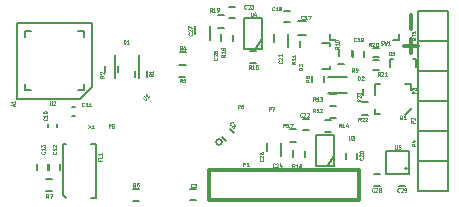
<source format=gto>
G04 #@! TF.FileFunction,Legend,Top*
%FSLAX46Y46*%
G04 Gerber Fmt 4.6, Leading zero omitted, Abs format (unit mm)*
G04 Created by KiCad (PCBNEW (2015-02-03 BZR 5404)-product) date Sat 07 Feb 2015 10:18:26 AM CST*
%MOMM*%
G01*
G04 APERTURE LIST*
%ADD10C,0.100000*%
%ADD11C,0.300000*%
%ADD12C,0.150000*%
%ADD13C,0.304800*%
%ADD14C,0.076200*%
G04 APERTURE END LIST*
D10*
D11*
X85806743Y-105524372D02*
X85806743Y-106667229D01*
X86398028Y-108133343D02*
X85255171Y-108133343D01*
X85826600Y-108704771D02*
X85826600Y-107561914D01*
D12*
X86390500Y-107693000D02*
X88930500Y-107693000D01*
X86390500Y-110233000D02*
X88930500Y-110233000D01*
X88930500Y-110233000D02*
X88930500Y-107693000D01*
X88930500Y-107693000D02*
X88930500Y-105153000D01*
X88930500Y-105153000D02*
X86390500Y-105153000D01*
X86390500Y-105153000D02*
X86390500Y-110233000D01*
X67654600Y-120245000D02*
X67154600Y-120245000D01*
X67154600Y-121195000D02*
X67654600Y-121195000D01*
X69842248Y-115793099D02*
X70195801Y-116146652D01*
X70867552Y-115474901D02*
X70513999Y-115121348D01*
X55908300Y-114721000D02*
X55908300Y-114971000D01*
X55108300Y-114971000D02*
X55108300Y-114721000D01*
X57170600Y-113253000D02*
X57420600Y-113253000D01*
X57420600Y-114053000D02*
X57170600Y-114053000D01*
X55210500Y-118156000D02*
X55210500Y-118656000D01*
X56160500Y-118656000D02*
X56160500Y-118156000D01*
X54130500Y-118156000D02*
X54130500Y-118656000D01*
X55080500Y-118656000D02*
X55080500Y-118156000D01*
X76967700Y-107175000D02*
X76267700Y-107175000D01*
X76267700Y-105975000D02*
X76967700Y-105975000D01*
X75077700Y-106100000D02*
X75577700Y-106100000D01*
X75577700Y-105150000D02*
X75077700Y-105150000D01*
X81873600Y-109058000D02*
X81873600Y-108558000D01*
X80923600Y-108558000D02*
X80923600Y-109058000D01*
X80295100Y-117204000D02*
X80295100Y-117704000D01*
X81245100Y-117704000D02*
X81245100Y-117204000D01*
X74197700Y-107815000D02*
X74197700Y-107115000D01*
X75397700Y-107115000D02*
X75397700Y-107815000D01*
X76734500Y-115254000D02*
X77234500Y-115254000D01*
X77234500Y-114304000D02*
X76734500Y-114304000D01*
X70407700Y-105740000D02*
X70907700Y-105740000D01*
X70907700Y-104790000D02*
X70407700Y-104790000D01*
X74865100Y-116964000D02*
X74865100Y-117464000D01*
X75815100Y-117464000D02*
X75815100Y-116964000D01*
X68782700Y-107145000D02*
X68782700Y-107645000D01*
X69732700Y-107645000D02*
X69732700Y-107145000D01*
X73630200Y-117004000D02*
X73630200Y-116304000D01*
X74830200Y-116304000D02*
X74830200Y-117004000D01*
X67577700Y-107135000D02*
X67577700Y-106435000D01*
X68777700Y-106435000D02*
X68777700Y-107135000D01*
X82700500Y-119948000D02*
X83200500Y-119948000D01*
X83200500Y-118998000D02*
X82700500Y-118998000D01*
X84840500Y-119938000D02*
X85340500Y-119938000D01*
X85340500Y-118988000D02*
X84840500Y-118988000D01*
X60737000Y-110812000D02*
X60737000Y-108907000D01*
X62769000Y-108907000D02*
X62769000Y-110812000D01*
X78778600Y-110708000D02*
X80378600Y-110708000D01*
X80378600Y-112108000D02*
X78778600Y-112108000D01*
X78968840Y-109877160D02*
X78968840Y-109828900D01*
X78267800Y-107878180D02*
X78968840Y-107878180D01*
X78968840Y-107878180D02*
X78968840Y-108127100D01*
X78968840Y-109877160D02*
X78968840Y-110077820D01*
X78968840Y-110077820D02*
X78267800Y-110077820D01*
X86029660Y-109212760D02*
X85981400Y-109212760D01*
X84030680Y-109913800D02*
X84030680Y-109212760D01*
X84030680Y-109212760D02*
X84279600Y-109212760D01*
X86029660Y-109212760D02*
X86230320Y-109212760D01*
X86230320Y-109212760D02*
X86230320Y-109913800D01*
X58906900Y-120964000D02*
X58779900Y-120964000D01*
X58779900Y-116392000D02*
X59160900Y-116392000D01*
X59160900Y-116392000D02*
X59160900Y-120964000D01*
X59160900Y-120964000D02*
X58906900Y-120964000D01*
X56620900Y-116392000D02*
X56366900Y-116392000D01*
X56366900Y-116392000D02*
X56366900Y-120710000D01*
X56366900Y-120710000D02*
X56620900Y-120964000D01*
D13*
X81394300Y-121120000D02*
X81394300Y-118580000D01*
X68694300Y-118580000D02*
X68694300Y-121120000D01*
X81394300Y-121120000D02*
X68694300Y-121120000D01*
X68694300Y-118580000D02*
X81394300Y-118580000D01*
D12*
X86390500Y-117853000D02*
X88930500Y-117853000D01*
X86390500Y-120393000D02*
X88930500Y-120393000D01*
X88930500Y-120393000D02*
X88930500Y-117853000D01*
X88930500Y-117853000D02*
X88930500Y-115313000D01*
X88930500Y-115313000D02*
X86390500Y-115313000D01*
X86390500Y-115313000D02*
X86390500Y-120393000D01*
X85310500Y-113863000D02*
X85435500Y-113863000D01*
X85435500Y-113863000D02*
X85810500Y-113488000D01*
X85810500Y-113488000D02*
X85810500Y-113363000D01*
X85810500Y-111738000D02*
X85810500Y-111863000D01*
X85810500Y-111738000D02*
X85810500Y-111363000D01*
X85810500Y-111363000D02*
X85310500Y-111363000D01*
X82810500Y-111738000D02*
X82810500Y-111488000D01*
X82810500Y-111488000D02*
X82810500Y-111363000D01*
X82810500Y-111363000D02*
X83185500Y-111363000D01*
X82810500Y-113488000D02*
X82810500Y-113863000D01*
X82810500Y-113863000D02*
X83185500Y-113863000D01*
X63490400Y-110740000D02*
X63490400Y-110240000D01*
X62440400Y-110240000D02*
X62440400Y-110740000D01*
X60999600Y-110310000D02*
X60999600Y-109810000D01*
X59949600Y-109810000D02*
X59949600Y-110310000D01*
X66248500Y-109699000D02*
X66748500Y-109699000D01*
X66748500Y-108649000D02*
X66248500Y-108649000D01*
X66231900Y-110763000D02*
X66731900Y-110763000D01*
X66731900Y-109713000D02*
X66231900Y-109713000D01*
X62798400Y-120211000D02*
X62298400Y-120211000D01*
X62298400Y-121261000D02*
X62798400Y-121261000D01*
X55435500Y-119391000D02*
X54935500Y-119391000D01*
X54935500Y-120441000D02*
X55435500Y-120441000D01*
X78493600Y-111178000D02*
X78493600Y-110678000D01*
X77443600Y-110678000D02*
X77443600Y-111178000D01*
X80138600Y-109663000D02*
X79638600Y-109663000D01*
X79638600Y-110713000D02*
X80138600Y-110713000D01*
X80813600Y-108958000D02*
X80813600Y-108458000D01*
X79763600Y-108458000D02*
X79763600Y-108958000D01*
X75382700Y-107725000D02*
X75382700Y-108225000D01*
X76432700Y-108225000D02*
X76432700Y-107725000D01*
X78959500Y-114248000D02*
X79459500Y-114248000D01*
X79459500Y-113198000D02*
X78959500Y-113198000D01*
X79454800Y-112160000D02*
X78954800Y-112160000D01*
X78954800Y-113210000D02*
X79454800Y-113210000D01*
X79080100Y-114359000D02*
X78580100Y-114359000D01*
X78580100Y-115409000D02*
X79080100Y-115409000D01*
X72686000Y-108542000D02*
X72186000Y-108542000D01*
X72186000Y-109592000D02*
X72686000Y-109592000D01*
X75815100Y-117044000D02*
X75815100Y-117544000D01*
X76865100Y-117544000D02*
X76865100Y-117044000D01*
X75560800Y-116231000D02*
X76060800Y-116231000D01*
X76060800Y-115181000D02*
X75560800Y-115181000D01*
X69712700Y-107175000D02*
X69712700Y-107675000D01*
X70762700Y-107675000D02*
X70762700Y-107175000D01*
X69517700Y-106590000D02*
X70017700Y-106590000D01*
X70017700Y-105540000D02*
X69517700Y-105540000D01*
X82648700Y-109328000D02*
X83148700Y-109328000D01*
X83148700Y-108278000D02*
X82648700Y-108278000D01*
X82631100Y-110136000D02*
X83131100Y-110136000D01*
X83131100Y-109086000D02*
X82631100Y-109086000D01*
X81700500Y-113938000D02*
X82200500Y-113938000D01*
X82200500Y-112888000D02*
X81700500Y-112888000D01*
X81745500Y-111783000D02*
X81745500Y-112283000D01*
X82795500Y-112283000D02*
X82795500Y-111783000D01*
X84414400Y-107577000D02*
X84350900Y-107577000D01*
X84477900Y-107577000D02*
X84414400Y-107577000D01*
X79524900Y-107577000D02*
X79016900Y-107577000D01*
X79016900Y-107577000D02*
X79016900Y-107132500D01*
X84858900Y-107513500D02*
X84858900Y-107577000D01*
X84858900Y-107577000D02*
X84477900Y-107577000D01*
X84858900Y-107132500D02*
X84858900Y-107513500D01*
X58851500Y-106180600D02*
X52450700Y-106180600D01*
X52450700Y-106180600D02*
X52450700Y-112581400D01*
X52450700Y-112581400D02*
X57850740Y-112581400D01*
X57850740Y-112581400D02*
X58851500Y-111580640D01*
X58851500Y-111580640D02*
X58851500Y-106180600D01*
X57650080Y-111880360D02*
X58150460Y-111880360D01*
X58150460Y-111880360D02*
X58150460Y-111379980D01*
X53151740Y-111379980D02*
X53151740Y-111880360D01*
X53151740Y-111880360D02*
X53652120Y-111880360D01*
X53652120Y-106881640D02*
X53151740Y-106881640D01*
X53151740Y-106881640D02*
X53151740Y-107382020D01*
X58150460Y-107382020D02*
X58150460Y-106881640D01*
X58150460Y-106881640D02*
X57650080Y-106881640D01*
X79352100Y-117472000D02*
X78844100Y-118234000D01*
X79352100Y-115694000D02*
X79352100Y-118297500D01*
X79352100Y-118297500D02*
X77828100Y-118297500D01*
X77828100Y-118297500D02*
X77828100Y-115694000D01*
X77828100Y-115694000D02*
X79352100Y-115694000D01*
X73239700Y-107553000D02*
X72731700Y-108315000D01*
X73239700Y-105775000D02*
X73239700Y-108378500D01*
X73239700Y-108378500D02*
X71715700Y-108378500D01*
X71715700Y-108378500D02*
X71715700Y-105775000D01*
X71715700Y-105775000D02*
X73239700Y-105775000D01*
X85490500Y-118493000D02*
G75*
G03X85490500Y-118493000I-100000J0D01*
G01*
X85690500Y-118993000D02*
X83690500Y-118993000D01*
X83690500Y-118993000D02*
X83690500Y-116993000D01*
X83690500Y-116993000D02*
X85690500Y-116993000D01*
X85690500Y-116993000D02*
X85690500Y-118993000D01*
X88930500Y-115313000D02*
X88930500Y-112773000D01*
X88930500Y-112773000D02*
X86390500Y-112773000D01*
X86390500Y-112773000D02*
X86390500Y-115313000D01*
X86390500Y-115313000D02*
X88930500Y-115313000D01*
X88930500Y-112773000D02*
X88930500Y-110233000D01*
X88930500Y-110233000D02*
X86390500Y-110233000D01*
X86390500Y-110233000D02*
X86390500Y-112773000D01*
X86390500Y-112773000D02*
X88930500Y-112773000D01*
X69834063Y-116246678D02*
G75*
G03X69834063Y-116246678I-250000J0D01*
G01*
D14*
X52222400Y-113196914D02*
X52222400Y-113051771D01*
X52309486Y-113225942D02*
X52004686Y-113124342D01*
X52309486Y-113022742D01*
X52309486Y-112761485D02*
X52309486Y-112935657D01*
X52309486Y-112848571D02*
X52004686Y-112848571D01*
X52048229Y-112877600D01*
X52077257Y-112906628D01*
X52091771Y-112935657D01*
X86058829Y-107478286D02*
X86073343Y-107434743D01*
X86087857Y-107420228D01*
X86116886Y-107405714D01*
X86160429Y-107405714D01*
X86189457Y-107420228D01*
X86203971Y-107434743D01*
X86218486Y-107463771D01*
X86218486Y-107579886D01*
X85913686Y-107579886D01*
X85913686Y-107478286D01*
X85928200Y-107449257D01*
X85942714Y-107434743D01*
X85971743Y-107420228D01*
X86000771Y-107420228D01*
X86029800Y-107434743D01*
X86044314Y-107449257D01*
X86058829Y-107478286D01*
X86058829Y-107579886D01*
X85913686Y-107318628D02*
X85913686Y-107144457D01*
X86218486Y-107231543D02*
X85913686Y-107231543D01*
X86218486Y-106883199D02*
X86218486Y-107057371D01*
X86218486Y-106970285D02*
X85913686Y-106970285D01*
X85957229Y-106999314D01*
X85986257Y-107028342D01*
X86000771Y-107057371D01*
X67386200Y-120047657D02*
X67371686Y-120062171D01*
X67328143Y-120076686D01*
X67299114Y-120076686D01*
X67255571Y-120062171D01*
X67226543Y-120033143D01*
X67212028Y-120004114D01*
X67197514Y-119946057D01*
X67197514Y-119902514D01*
X67212028Y-119844457D01*
X67226543Y-119815429D01*
X67255571Y-119786400D01*
X67299114Y-119771886D01*
X67328143Y-119771886D01*
X67371686Y-119786400D01*
X67386200Y-119800914D01*
X67487800Y-119771886D02*
X67676486Y-119771886D01*
X67574886Y-119888000D01*
X67618428Y-119888000D01*
X67647457Y-119902514D01*
X67661971Y-119917029D01*
X67676486Y-119946057D01*
X67676486Y-120018629D01*
X67661971Y-120047657D01*
X67647457Y-120062171D01*
X67618428Y-120076686D01*
X67531343Y-120076686D01*
X67502314Y-120062171D01*
X67487800Y-120047657D01*
X70600705Y-114848852D02*
X70580180Y-114848852D01*
X70539126Y-114828327D01*
X70518600Y-114807800D01*
X70498074Y-114766747D01*
X70498074Y-114725695D01*
X70508337Y-114694905D01*
X70539126Y-114643589D01*
X70569916Y-114612800D01*
X70621231Y-114582010D01*
X70652021Y-114571748D01*
X70693073Y-114571747D01*
X70734126Y-114592274D01*
X70754652Y-114612800D01*
X70775179Y-114653853D01*
X70775179Y-114674379D01*
X70826495Y-114869378D02*
X70816232Y-114838590D01*
X70816231Y-114818063D01*
X70826495Y-114787273D01*
X70836757Y-114777010D01*
X70867547Y-114766747D01*
X70888074Y-114766748D01*
X70918862Y-114777010D01*
X70959915Y-114818063D01*
X70970179Y-114848852D01*
X70970179Y-114869378D01*
X70959916Y-114900169D01*
X70949653Y-114910432D01*
X70918862Y-114920695D01*
X70898337Y-114920695D01*
X70867547Y-114910431D01*
X70826495Y-114869378D01*
X70795705Y-114859116D01*
X70775178Y-114859115D01*
X70744390Y-114869378D01*
X70703336Y-114910432D01*
X70693073Y-114941220D01*
X70693074Y-114961747D01*
X70703336Y-114992537D01*
X70744389Y-115033589D01*
X70775179Y-115043852D01*
X70795705Y-115043852D01*
X70826495Y-115033590D01*
X70867548Y-114992537D01*
X70877810Y-114961747D01*
X70877810Y-114941221D01*
X70867547Y-114910431D01*
X54998257Y-114241943D02*
X55012771Y-114256457D01*
X55027286Y-114300000D01*
X55027286Y-114329029D01*
X55012771Y-114372572D01*
X54983743Y-114401600D01*
X54954714Y-114416115D01*
X54896657Y-114430629D01*
X54853114Y-114430629D01*
X54795057Y-114416115D01*
X54766029Y-114401600D01*
X54737000Y-114372572D01*
X54722486Y-114329029D01*
X54722486Y-114300000D01*
X54737000Y-114256457D01*
X54751514Y-114241943D01*
X55027286Y-113951657D02*
X55027286Y-114125829D01*
X55027286Y-114038743D02*
X54722486Y-114038743D01*
X54766029Y-114067772D01*
X54795057Y-114096800D01*
X54809571Y-114125829D01*
X54722486Y-113762971D02*
X54722486Y-113733943D01*
X54737000Y-113704914D01*
X54751514Y-113690400D01*
X54780543Y-113675886D01*
X54838600Y-113661371D01*
X54911171Y-113661371D01*
X54969229Y-113675886D01*
X54998257Y-113690400D01*
X55012771Y-113704914D01*
X55027286Y-113733943D01*
X55027286Y-113762971D01*
X55012771Y-113792000D01*
X54998257Y-113806514D01*
X54969229Y-113821029D01*
X54911171Y-113835543D01*
X54838600Y-113835543D01*
X54780543Y-113821029D01*
X54751514Y-113806514D01*
X54737000Y-113792000D01*
X54722486Y-113762971D01*
X58173257Y-113215057D02*
X58158743Y-113229571D01*
X58115200Y-113244086D01*
X58086171Y-113244086D01*
X58042628Y-113229571D01*
X58013600Y-113200543D01*
X57999085Y-113171514D01*
X57984571Y-113113457D01*
X57984571Y-113069914D01*
X57999085Y-113011857D01*
X58013600Y-112982829D01*
X58042628Y-112953800D01*
X58086171Y-112939286D01*
X58115200Y-112939286D01*
X58158743Y-112953800D01*
X58173257Y-112968314D01*
X58463543Y-113244086D02*
X58289371Y-113244086D01*
X58376457Y-113244086D02*
X58376457Y-112939286D01*
X58347428Y-112982829D01*
X58318400Y-113011857D01*
X58289371Y-113026371D01*
X58753829Y-113244086D02*
X58579657Y-113244086D01*
X58666743Y-113244086D02*
X58666743Y-112939286D01*
X58637714Y-112982829D01*
X58608686Y-113011857D01*
X58579657Y-113026371D01*
X55785657Y-117086743D02*
X55800171Y-117101257D01*
X55814686Y-117144800D01*
X55814686Y-117173829D01*
X55800171Y-117217372D01*
X55771143Y-117246400D01*
X55742114Y-117260915D01*
X55684057Y-117275429D01*
X55640514Y-117275429D01*
X55582457Y-117260915D01*
X55553429Y-117246400D01*
X55524400Y-117217372D01*
X55509886Y-117173829D01*
X55509886Y-117144800D01*
X55524400Y-117101257D01*
X55538914Y-117086743D01*
X55814686Y-116796457D02*
X55814686Y-116970629D01*
X55814686Y-116883543D02*
X55509886Y-116883543D01*
X55553429Y-116912572D01*
X55582457Y-116941600D01*
X55596971Y-116970629D01*
X55538914Y-116680343D02*
X55524400Y-116665829D01*
X55509886Y-116636800D01*
X55509886Y-116564229D01*
X55524400Y-116535200D01*
X55538914Y-116520686D01*
X55567943Y-116506171D01*
X55596971Y-116506171D01*
X55640514Y-116520686D01*
X55814686Y-116694857D01*
X55814686Y-116506171D01*
X54795057Y-117086743D02*
X54809571Y-117101257D01*
X54824086Y-117144800D01*
X54824086Y-117173829D01*
X54809571Y-117217372D01*
X54780543Y-117246400D01*
X54751514Y-117260915D01*
X54693457Y-117275429D01*
X54649914Y-117275429D01*
X54591857Y-117260915D01*
X54562829Y-117246400D01*
X54533800Y-117217372D01*
X54519286Y-117173829D01*
X54519286Y-117144800D01*
X54533800Y-117101257D01*
X54548314Y-117086743D01*
X54824086Y-116796457D02*
X54824086Y-116970629D01*
X54824086Y-116883543D02*
X54519286Y-116883543D01*
X54562829Y-116912572D01*
X54591857Y-116941600D01*
X54606371Y-116970629D01*
X54519286Y-116694857D02*
X54519286Y-116506171D01*
X54635400Y-116607771D01*
X54635400Y-116564229D01*
X54649914Y-116535200D01*
X54664429Y-116520686D01*
X54693457Y-116506171D01*
X54766029Y-116506171D01*
X54795057Y-116520686D01*
X54809571Y-116535200D01*
X54824086Y-116564229D01*
X54824086Y-116651314D01*
X54809571Y-116680343D01*
X54795057Y-116694857D01*
X76740657Y-105823657D02*
X76726143Y-105838171D01*
X76682600Y-105852686D01*
X76653571Y-105852686D01*
X76610028Y-105838171D01*
X76581000Y-105809143D01*
X76566485Y-105780114D01*
X76551971Y-105722057D01*
X76551971Y-105678514D01*
X76566485Y-105620457D01*
X76581000Y-105591429D01*
X76610028Y-105562400D01*
X76653571Y-105547886D01*
X76682600Y-105547886D01*
X76726143Y-105562400D01*
X76740657Y-105576914D01*
X77030943Y-105852686D02*
X76856771Y-105852686D01*
X76943857Y-105852686D02*
X76943857Y-105547886D01*
X76914828Y-105591429D01*
X76885800Y-105620457D01*
X76856771Y-105634971D01*
X77132543Y-105547886D02*
X77335743Y-105547886D01*
X77205114Y-105852686D01*
X74276857Y-105087057D02*
X74262343Y-105101571D01*
X74218800Y-105116086D01*
X74189771Y-105116086D01*
X74146228Y-105101571D01*
X74117200Y-105072543D01*
X74102685Y-105043514D01*
X74088171Y-104985457D01*
X74088171Y-104941914D01*
X74102685Y-104883857D01*
X74117200Y-104854829D01*
X74146228Y-104825800D01*
X74189771Y-104811286D01*
X74218800Y-104811286D01*
X74262343Y-104825800D01*
X74276857Y-104840314D01*
X74567143Y-105116086D02*
X74392971Y-105116086D01*
X74480057Y-105116086D02*
X74480057Y-104811286D01*
X74451028Y-104854829D01*
X74422000Y-104883857D01*
X74392971Y-104898371D01*
X74741314Y-104941914D02*
X74712286Y-104927400D01*
X74697771Y-104912886D01*
X74683257Y-104883857D01*
X74683257Y-104869343D01*
X74697771Y-104840314D01*
X74712286Y-104825800D01*
X74741314Y-104811286D01*
X74799371Y-104811286D01*
X74828400Y-104825800D01*
X74842914Y-104840314D01*
X74857429Y-104869343D01*
X74857429Y-104883857D01*
X74842914Y-104912886D01*
X74828400Y-104927400D01*
X74799371Y-104941914D01*
X74741314Y-104941914D01*
X74712286Y-104956429D01*
X74697771Y-104970943D01*
X74683257Y-104999971D01*
X74683257Y-105058029D01*
X74697771Y-105087057D01*
X74712286Y-105101571D01*
X74741314Y-105116086D01*
X74799371Y-105116086D01*
X74828400Y-105101571D01*
X74842914Y-105087057D01*
X74857429Y-105058029D01*
X74857429Y-104999971D01*
X74842914Y-104970943D01*
X74828400Y-104956429D01*
X74799371Y-104941914D01*
X81211057Y-107703257D02*
X81196543Y-107717771D01*
X81153000Y-107732286D01*
X81123971Y-107732286D01*
X81080428Y-107717771D01*
X81051400Y-107688743D01*
X81036885Y-107659714D01*
X81022371Y-107601657D01*
X81022371Y-107558114D01*
X81036885Y-107500057D01*
X81051400Y-107471029D01*
X81080428Y-107442000D01*
X81123971Y-107427486D01*
X81153000Y-107427486D01*
X81196543Y-107442000D01*
X81211057Y-107456514D01*
X81501343Y-107732286D02*
X81327171Y-107732286D01*
X81414257Y-107732286D02*
X81414257Y-107427486D01*
X81385228Y-107471029D01*
X81356200Y-107500057D01*
X81327171Y-107514571D01*
X81646486Y-107732286D02*
X81704543Y-107732286D01*
X81733571Y-107717771D01*
X81748086Y-107703257D01*
X81777114Y-107659714D01*
X81791629Y-107601657D01*
X81791629Y-107485543D01*
X81777114Y-107456514D01*
X81762600Y-107442000D01*
X81733571Y-107427486D01*
X81675514Y-107427486D01*
X81646486Y-107442000D01*
X81631971Y-107456514D01*
X81617457Y-107485543D01*
X81617457Y-107558114D01*
X81631971Y-107587143D01*
X81646486Y-107601657D01*
X81675514Y-107616171D01*
X81733571Y-107616171D01*
X81762600Y-107601657D01*
X81777114Y-107587143D01*
X81791629Y-107558114D01*
X81744457Y-117594743D02*
X81758971Y-117609257D01*
X81773486Y-117652800D01*
X81773486Y-117681829D01*
X81758971Y-117725372D01*
X81729943Y-117754400D01*
X81700914Y-117768915D01*
X81642857Y-117783429D01*
X81599314Y-117783429D01*
X81541257Y-117768915D01*
X81512229Y-117754400D01*
X81483200Y-117725372D01*
X81468686Y-117681829D01*
X81468686Y-117652800D01*
X81483200Y-117609257D01*
X81497714Y-117594743D01*
X81497714Y-117478629D02*
X81483200Y-117464115D01*
X81468686Y-117435086D01*
X81468686Y-117362515D01*
X81483200Y-117333486D01*
X81497714Y-117318972D01*
X81526743Y-117304457D01*
X81555771Y-117304457D01*
X81599314Y-117318972D01*
X81773486Y-117493143D01*
X81773486Y-117304457D01*
X81468686Y-117115771D02*
X81468686Y-117086743D01*
X81483200Y-117057714D01*
X81497714Y-117043200D01*
X81526743Y-117028686D01*
X81584800Y-117014171D01*
X81657371Y-117014171D01*
X81715429Y-117028686D01*
X81744457Y-117043200D01*
X81758971Y-117057714D01*
X81773486Y-117086743D01*
X81773486Y-117115771D01*
X81758971Y-117144800D01*
X81744457Y-117159314D01*
X81715429Y-117173829D01*
X81657371Y-117188343D01*
X81584800Y-117188343D01*
X81526743Y-117173829D01*
X81497714Y-117159314D01*
X81483200Y-117144800D01*
X81468686Y-117115771D01*
X74886457Y-109415943D02*
X74900971Y-109430457D01*
X74915486Y-109474000D01*
X74915486Y-109503029D01*
X74900971Y-109546572D01*
X74871943Y-109575600D01*
X74842914Y-109590115D01*
X74784857Y-109604629D01*
X74741314Y-109604629D01*
X74683257Y-109590115D01*
X74654229Y-109575600D01*
X74625200Y-109546572D01*
X74610686Y-109503029D01*
X74610686Y-109474000D01*
X74625200Y-109430457D01*
X74639714Y-109415943D01*
X74639714Y-109299829D02*
X74625200Y-109285315D01*
X74610686Y-109256286D01*
X74610686Y-109183715D01*
X74625200Y-109154686D01*
X74639714Y-109140172D01*
X74668743Y-109125657D01*
X74697771Y-109125657D01*
X74741314Y-109140172D01*
X74915486Y-109314343D01*
X74915486Y-109125657D01*
X74915486Y-108835371D02*
X74915486Y-109009543D01*
X74915486Y-108922457D02*
X74610686Y-108922457D01*
X74654229Y-108951486D01*
X74683257Y-108980514D01*
X74697771Y-109009543D01*
X76613657Y-114078657D02*
X76599143Y-114093171D01*
X76555600Y-114107686D01*
X76526571Y-114107686D01*
X76483028Y-114093171D01*
X76454000Y-114064143D01*
X76439485Y-114035114D01*
X76424971Y-113977057D01*
X76424971Y-113933514D01*
X76439485Y-113875457D01*
X76454000Y-113846429D01*
X76483028Y-113817400D01*
X76526571Y-113802886D01*
X76555600Y-113802886D01*
X76599143Y-113817400D01*
X76613657Y-113831914D01*
X76729771Y-113831914D02*
X76744285Y-113817400D01*
X76773314Y-113802886D01*
X76845885Y-113802886D01*
X76874914Y-113817400D01*
X76889428Y-113831914D01*
X76903943Y-113860943D01*
X76903943Y-113889971D01*
X76889428Y-113933514D01*
X76715257Y-114107686D01*
X76903943Y-114107686D01*
X77020057Y-113831914D02*
X77034571Y-113817400D01*
X77063600Y-113802886D01*
X77136171Y-113802886D01*
X77165200Y-113817400D01*
X77179714Y-113831914D01*
X77194229Y-113860943D01*
X77194229Y-113889971D01*
X77179714Y-113933514D01*
X77005543Y-114107686D01*
X77194229Y-114107686D01*
X71914657Y-104934657D02*
X71900143Y-104949171D01*
X71856600Y-104963686D01*
X71827571Y-104963686D01*
X71784028Y-104949171D01*
X71755000Y-104920143D01*
X71740485Y-104891114D01*
X71725971Y-104833057D01*
X71725971Y-104789514D01*
X71740485Y-104731457D01*
X71755000Y-104702429D01*
X71784028Y-104673400D01*
X71827571Y-104658886D01*
X71856600Y-104658886D01*
X71900143Y-104673400D01*
X71914657Y-104687914D01*
X72030771Y-104687914D02*
X72045285Y-104673400D01*
X72074314Y-104658886D01*
X72146885Y-104658886D01*
X72175914Y-104673400D01*
X72190428Y-104687914D01*
X72204943Y-104716943D01*
X72204943Y-104745971D01*
X72190428Y-104789514D01*
X72016257Y-104963686D01*
X72204943Y-104963686D01*
X72306543Y-104658886D02*
X72495229Y-104658886D01*
X72393629Y-104775000D01*
X72437171Y-104775000D01*
X72466200Y-104789514D01*
X72480714Y-104804029D01*
X72495229Y-104833057D01*
X72495229Y-104905629D01*
X72480714Y-104934657D01*
X72466200Y-104949171D01*
X72437171Y-104963686D01*
X72350086Y-104963686D01*
X72321057Y-104949171D01*
X72306543Y-104934657D01*
X74302257Y-118345857D02*
X74287743Y-118360371D01*
X74244200Y-118374886D01*
X74215171Y-118374886D01*
X74171628Y-118360371D01*
X74142600Y-118331343D01*
X74128085Y-118302314D01*
X74113571Y-118244257D01*
X74113571Y-118200714D01*
X74128085Y-118142657D01*
X74142600Y-118113629D01*
X74171628Y-118084600D01*
X74215171Y-118070086D01*
X74244200Y-118070086D01*
X74287743Y-118084600D01*
X74302257Y-118099114D01*
X74418371Y-118099114D02*
X74432885Y-118084600D01*
X74461914Y-118070086D01*
X74534485Y-118070086D01*
X74563514Y-118084600D01*
X74578028Y-118099114D01*
X74592543Y-118128143D01*
X74592543Y-118157171D01*
X74578028Y-118200714D01*
X74403857Y-118374886D01*
X74592543Y-118374886D01*
X74853800Y-118171686D02*
X74853800Y-118374886D01*
X74781229Y-118055571D02*
X74708657Y-118273286D01*
X74897343Y-118273286D01*
X69425457Y-109111143D02*
X69439971Y-109125657D01*
X69454486Y-109169200D01*
X69454486Y-109198229D01*
X69439971Y-109241772D01*
X69410943Y-109270800D01*
X69381914Y-109285315D01*
X69323857Y-109299829D01*
X69280314Y-109299829D01*
X69222257Y-109285315D01*
X69193229Y-109270800D01*
X69164200Y-109241772D01*
X69149686Y-109198229D01*
X69149686Y-109169200D01*
X69164200Y-109125657D01*
X69178714Y-109111143D01*
X69178714Y-108995029D02*
X69164200Y-108980515D01*
X69149686Y-108951486D01*
X69149686Y-108878915D01*
X69164200Y-108849886D01*
X69178714Y-108835372D01*
X69207743Y-108820857D01*
X69236771Y-108820857D01*
X69280314Y-108835372D01*
X69454486Y-109009543D01*
X69454486Y-108820857D01*
X69149686Y-108545086D02*
X69149686Y-108690229D01*
X69294829Y-108704743D01*
X69280314Y-108690229D01*
X69265800Y-108661200D01*
X69265800Y-108588629D01*
X69280314Y-108559600D01*
X69294829Y-108545086D01*
X69323857Y-108530571D01*
X69396429Y-108530571D01*
X69425457Y-108545086D01*
X69439971Y-108559600D01*
X69454486Y-108588629D01*
X69454486Y-108661200D01*
X69439971Y-108690229D01*
X69425457Y-108704743D01*
X73311657Y-117696343D02*
X73326171Y-117710857D01*
X73340686Y-117754400D01*
X73340686Y-117783429D01*
X73326171Y-117826972D01*
X73297143Y-117856000D01*
X73268114Y-117870515D01*
X73210057Y-117885029D01*
X73166514Y-117885029D01*
X73108457Y-117870515D01*
X73079429Y-117856000D01*
X73050400Y-117826972D01*
X73035886Y-117783429D01*
X73035886Y-117754400D01*
X73050400Y-117710857D01*
X73064914Y-117696343D01*
X73064914Y-117580229D02*
X73050400Y-117565715D01*
X73035886Y-117536686D01*
X73035886Y-117464115D01*
X73050400Y-117435086D01*
X73064914Y-117420572D01*
X73093943Y-117406057D01*
X73122971Y-117406057D01*
X73166514Y-117420572D01*
X73340686Y-117594743D01*
X73340686Y-117406057D01*
X73035886Y-117144800D02*
X73035886Y-117202857D01*
X73050400Y-117231886D01*
X73064914Y-117246400D01*
X73108457Y-117275429D01*
X73166514Y-117289943D01*
X73282629Y-117289943D01*
X73311657Y-117275429D01*
X73326171Y-117260914D01*
X73340686Y-117231886D01*
X73340686Y-117173829D01*
X73326171Y-117144800D01*
X73311657Y-117130286D01*
X73282629Y-117115771D01*
X73210057Y-117115771D01*
X73181029Y-117130286D01*
X73166514Y-117144800D01*
X73152000Y-117173829D01*
X73152000Y-117231886D01*
X73166514Y-117260914D01*
X73181029Y-117275429D01*
X73210057Y-117289943D01*
X67266457Y-107053743D02*
X67280971Y-107068257D01*
X67295486Y-107111800D01*
X67295486Y-107140829D01*
X67280971Y-107184372D01*
X67251943Y-107213400D01*
X67222914Y-107227915D01*
X67164857Y-107242429D01*
X67121314Y-107242429D01*
X67063257Y-107227915D01*
X67034229Y-107213400D01*
X67005200Y-107184372D01*
X66990686Y-107140829D01*
X66990686Y-107111800D01*
X67005200Y-107068257D01*
X67019714Y-107053743D01*
X67019714Y-106937629D02*
X67005200Y-106923115D01*
X66990686Y-106894086D01*
X66990686Y-106821515D01*
X67005200Y-106792486D01*
X67019714Y-106777972D01*
X67048743Y-106763457D01*
X67077771Y-106763457D01*
X67121314Y-106777972D01*
X67295486Y-106952143D01*
X67295486Y-106763457D01*
X66990686Y-106661857D02*
X66990686Y-106458657D01*
X67295486Y-106589286D01*
X82709657Y-120428657D02*
X82695143Y-120443171D01*
X82651600Y-120457686D01*
X82622571Y-120457686D01*
X82579028Y-120443171D01*
X82550000Y-120414143D01*
X82535485Y-120385114D01*
X82520971Y-120327057D01*
X82520971Y-120283514D01*
X82535485Y-120225457D01*
X82550000Y-120196429D01*
X82579028Y-120167400D01*
X82622571Y-120152886D01*
X82651600Y-120152886D01*
X82695143Y-120167400D01*
X82709657Y-120181914D01*
X82825771Y-120181914D02*
X82840285Y-120167400D01*
X82869314Y-120152886D01*
X82941885Y-120152886D01*
X82970914Y-120167400D01*
X82985428Y-120181914D01*
X82999943Y-120210943D01*
X82999943Y-120239971D01*
X82985428Y-120283514D01*
X82811257Y-120457686D01*
X82999943Y-120457686D01*
X83174114Y-120283514D02*
X83145086Y-120269000D01*
X83130571Y-120254486D01*
X83116057Y-120225457D01*
X83116057Y-120210943D01*
X83130571Y-120181914D01*
X83145086Y-120167400D01*
X83174114Y-120152886D01*
X83232171Y-120152886D01*
X83261200Y-120167400D01*
X83275714Y-120181914D01*
X83290229Y-120210943D01*
X83290229Y-120225457D01*
X83275714Y-120254486D01*
X83261200Y-120269000D01*
X83232171Y-120283514D01*
X83174114Y-120283514D01*
X83145086Y-120298029D01*
X83130571Y-120312543D01*
X83116057Y-120341571D01*
X83116057Y-120399629D01*
X83130571Y-120428657D01*
X83145086Y-120443171D01*
X83174114Y-120457686D01*
X83232171Y-120457686D01*
X83261200Y-120443171D01*
X83275714Y-120428657D01*
X83290229Y-120399629D01*
X83290229Y-120341571D01*
X83275714Y-120312543D01*
X83261200Y-120298029D01*
X83232171Y-120283514D01*
X84868657Y-120428657D02*
X84854143Y-120443171D01*
X84810600Y-120457686D01*
X84781571Y-120457686D01*
X84738028Y-120443171D01*
X84709000Y-120414143D01*
X84694485Y-120385114D01*
X84679971Y-120327057D01*
X84679971Y-120283514D01*
X84694485Y-120225457D01*
X84709000Y-120196429D01*
X84738028Y-120167400D01*
X84781571Y-120152886D01*
X84810600Y-120152886D01*
X84854143Y-120167400D01*
X84868657Y-120181914D01*
X84984771Y-120181914D02*
X84999285Y-120167400D01*
X85028314Y-120152886D01*
X85100885Y-120152886D01*
X85129914Y-120167400D01*
X85144428Y-120181914D01*
X85158943Y-120210943D01*
X85158943Y-120239971D01*
X85144428Y-120283514D01*
X84970257Y-120457686D01*
X85158943Y-120457686D01*
X85304086Y-120457686D02*
X85362143Y-120457686D01*
X85391171Y-120443171D01*
X85405686Y-120428657D01*
X85434714Y-120385114D01*
X85449229Y-120327057D01*
X85449229Y-120210943D01*
X85434714Y-120181914D01*
X85420200Y-120167400D01*
X85391171Y-120152886D01*
X85333114Y-120152886D01*
X85304086Y-120167400D01*
X85289571Y-120181914D01*
X85275057Y-120210943D01*
X85275057Y-120283514D01*
X85289571Y-120312543D01*
X85304086Y-120327057D01*
X85333114Y-120341571D01*
X85391171Y-120341571D01*
X85420200Y-120327057D01*
X85434714Y-120312543D01*
X85449229Y-120283514D01*
X61497028Y-107935486D02*
X61497028Y-107630686D01*
X61569600Y-107630686D01*
X61613143Y-107645200D01*
X61642171Y-107674229D01*
X61656686Y-107703257D01*
X61671200Y-107761314D01*
X61671200Y-107804857D01*
X61656686Y-107862914D01*
X61642171Y-107891943D01*
X61613143Y-107920971D01*
X61569600Y-107935486D01*
X61497028Y-107935486D01*
X61961486Y-107935486D02*
X61787314Y-107935486D01*
X61874400Y-107935486D02*
X61874400Y-107630686D01*
X61845371Y-107674229D01*
X61816343Y-107703257D01*
X61787314Y-107717771D01*
X81359828Y-110983486D02*
X81359828Y-110678686D01*
X81432400Y-110678686D01*
X81475943Y-110693200D01*
X81504971Y-110722229D01*
X81519486Y-110751257D01*
X81534000Y-110809314D01*
X81534000Y-110852857D01*
X81519486Y-110910914D01*
X81504971Y-110939943D01*
X81475943Y-110968971D01*
X81432400Y-110983486D01*
X81359828Y-110983486D01*
X81650114Y-110707714D02*
X81664628Y-110693200D01*
X81693657Y-110678686D01*
X81766228Y-110678686D01*
X81795257Y-110693200D01*
X81809771Y-110707714D01*
X81824286Y-110736743D01*
X81824286Y-110765771D01*
X81809771Y-110809314D01*
X81635600Y-110983486D01*
X81824286Y-110983486D01*
X76642686Y-110130772D02*
X76337886Y-110130772D01*
X76337886Y-110058200D01*
X76352400Y-110014657D01*
X76381429Y-109985629D01*
X76410457Y-109971114D01*
X76468514Y-109956600D01*
X76512057Y-109956600D01*
X76570114Y-109971114D01*
X76599143Y-109985629D01*
X76628171Y-110014657D01*
X76642686Y-110058200D01*
X76642686Y-110130772D01*
X76337886Y-109855000D02*
X76337886Y-109666314D01*
X76454000Y-109767914D01*
X76454000Y-109724372D01*
X76468514Y-109695343D01*
X76483029Y-109680829D01*
X76512057Y-109666314D01*
X76584629Y-109666314D01*
X76613657Y-109680829D01*
X76628171Y-109695343D01*
X76642686Y-109724372D01*
X76642686Y-109811457D01*
X76628171Y-109840486D01*
X76613657Y-109855000D01*
X83976028Y-108900686D02*
X83976028Y-108595886D01*
X84048600Y-108595886D01*
X84092143Y-108610400D01*
X84121171Y-108639429D01*
X84135686Y-108668457D01*
X84150200Y-108726514D01*
X84150200Y-108770057D01*
X84135686Y-108828114D01*
X84121171Y-108857143D01*
X84092143Y-108886171D01*
X84048600Y-108900686D01*
X83976028Y-108900686D01*
X84425971Y-108595886D02*
X84280828Y-108595886D01*
X84266314Y-108741029D01*
X84280828Y-108726514D01*
X84309857Y-108712000D01*
X84382428Y-108712000D01*
X84411457Y-108726514D01*
X84425971Y-108741029D01*
X84440486Y-108770057D01*
X84440486Y-108842629D01*
X84425971Y-108871657D01*
X84411457Y-108886171D01*
X84382428Y-108900686D01*
X84309857Y-108900686D01*
X84280828Y-108886171D01*
X84266314Y-108871657D01*
X59515829Y-117776172D02*
X59515829Y-117877772D01*
X59675486Y-117877772D02*
X59370686Y-117877772D01*
X59370686Y-117732629D01*
X59675486Y-117471372D02*
X59675486Y-117616515D01*
X59370686Y-117616515D01*
X59675486Y-117210114D02*
X59675486Y-117384286D01*
X59675486Y-117297200D02*
X59370686Y-117297200D01*
X59414229Y-117326229D01*
X59443257Y-117355257D01*
X59457771Y-117384286D01*
X71631628Y-118298686D02*
X71631628Y-117993886D01*
X71747743Y-117993886D01*
X71776771Y-118008400D01*
X71791286Y-118022914D01*
X71805800Y-118051943D01*
X71805800Y-118095486D01*
X71791286Y-118124514D01*
X71776771Y-118139029D01*
X71747743Y-118153543D01*
X71631628Y-118153543D01*
X72096086Y-118298686D02*
X71921914Y-118298686D01*
X72009000Y-118298686D02*
X72009000Y-117993886D01*
X71979971Y-118037429D01*
X71950943Y-118066457D01*
X71921914Y-118080971D01*
X86218486Y-116582372D02*
X85913686Y-116582372D01*
X85913686Y-116466257D01*
X85928200Y-116437229D01*
X85942714Y-116422714D01*
X85971743Y-116408200D01*
X86015286Y-116408200D01*
X86044314Y-116422714D01*
X86058829Y-116437229D01*
X86073343Y-116466257D01*
X86073343Y-116582372D01*
X86015286Y-116146943D02*
X86218486Y-116146943D01*
X85899171Y-116219514D02*
X86116886Y-116292086D01*
X86116886Y-116103400D01*
X85111771Y-114339914D02*
X85082743Y-114325400D01*
X85053714Y-114296371D01*
X85010171Y-114252829D01*
X84981143Y-114238314D01*
X84952114Y-114238314D01*
X84966629Y-114310886D02*
X84937600Y-114296371D01*
X84908571Y-114267343D01*
X84894057Y-114209286D01*
X84894057Y-114107686D01*
X84908571Y-114049629D01*
X84937600Y-114020600D01*
X84966629Y-114006086D01*
X85024686Y-114006086D01*
X85053714Y-114020600D01*
X85082743Y-114049629D01*
X85097257Y-114107686D01*
X85097257Y-114209286D01*
X85082743Y-114267343D01*
X85053714Y-114296371D01*
X85024686Y-114310886D01*
X84966629Y-114310886D01*
X85387543Y-114310886D02*
X85213371Y-114310886D01*
X85300457Y-114310886D02*
X85300457Y-114006086D01*
X85271428Y-114049629D01*
X85242400Y-114078657D01*
X85213371Y-114093171D01*
X63968086Y-110515400D02*
X63822943Y-110617000D01*
X63968086Y-110689572D02*
X63663286Y-110689572D01*
X63663286Y-110573457D01*
X63677800Y-110544429D01*
X63692314Y-110529914D01*
X63721343Y-110515400D01*
X63764886Y-110515400D01*
X63793914Y-110529914D01*
X63808429Y-110544429D01*
X63822943Y-110573457D01*
X63822943Y-110689572D01*
X63968086Y-110225114D02*
X63968086Y-110399286D01*
X63968086Y-110312200D02*
X63663286Y-110312200D01*
X63706829Y-110341229D01*
X63735857Y-110370257D01*
X63750371Y-110399286D01*
X59827886Y-110617300D02*
X59682743Y-110718900D01*
X59827886Y-110791472D02*
X59523086Y-110791472D01*
X59523086Y-110675357D01*
X59537600Y-110646329D01*
X59552114Y-110631814D01*
X59581143Y-110617300D01*
X59624686Y-110617300D01*
X59653714Y-110631814D01*
X59668229Y-110646329D01*
X59682743Y-110675357D01*
X59682743Y-110791472D01*
X59552114Y-110501186D02*
X59537600Y-110486672D01*
X59523086Y-110457643D01*
X59523086Y-110385072D01*
X59537600Y-110356043D01*
X59552114Y-110341529D01*
X59581143Y-110327014D01*
X59610171Y-110327014D01*
X59653714Y-110341529D01*
X59827886Y-110515700D01*
X59827886Y-110327014D01*
X66446400Y-108443486D02*
X66344800Y-108298343D01*
X66272228Y-108443486D02*
X66272228Y-108138686D01*
X66388343Y-108138686D01*
X66417371Y-108153200D01*
X66431886Y-108167714D01*
X66446400Y-108196743D01*
X66446400Y-108240286D01*
X66431886Y-108269314D01*
X66417371Y-108283829D01*
X66388343Y-108298343D01*
X66272228Y-108298343D01*
X66707657Y-108240286D02*
X66707657Y-108443486D01*
X66635086Y-108124171D02*
X66562514Y-108341886D01*
X66751200Y-108341886D01*
X66446400Y-111186686D02*
X66344800Y-111041543D01*
X66272228Y-111186686D02*
X66272228Y-110881886D01*
X66388343Y-110881886D01*
X66417371Y-110896400D01*
X66431886Y-110910914D01*
X66446400Y-110939943D01*
X66446400Y-110983486D01*
X66431886Y-111012514D01*
X66417371Y-111027029D01*
X66388343Y-111041543D01*
X66272228Y-111041543D01*
X66722171Y-110881886D02*
X66577028Y-110881886D01*
X66562514Y-111027029D01*
X66577028Y-111012514D01*
X66606057Y-110998000D01*
X66678628Y-110998000D01*
X66707657Y-111012514D01*
X66722171Y-111027029D01*
X66736686Y-111056057D01*
X66736686Y-111128629D01*
X66722171Y-111157657D01*
X66707657Y-111172171D01*
X66678628Y-111186686D01*
X66606057Y-111186686D01*
X66577028Y-111172171D01*
X66562514Y-111157657D01*
X62509400Y-120025886D02*
X62407800Y-119880743D01*
X62335228Y-120025886D02*
X62335228Y-119721086D01*
X62451343Y-119721086D01*
X62480371Y-119735600D01*
X62494886Y-119750114D01*
X62509400Y-119779143D01*
X62509400Y-119822686D01*
X62494886Y-119851714D01*
X62480371Y-119866229D01*
X62451343Y-119880743D01*
X62335228Y-119880743D01*
X62770657Y-119721086D02*
X62712600Y-119721086D01*
X62683571Y-119735600D01*
X62669057Y-119750114D01*
X62640028Y-119793657D01*
X62625514Y-119851714D01*
X62625514Y-119967829D01*
X62640028Y-119996857D01*
X62654543Y-120011371D01*
X62683571Y-120025886D01*
X62741628Y-120025886D01*
X62770657Y-120011371D01*
X62785171Y-119996857D01*
X62799686Y-119967829D01*
X62799686Y-119895257D01*
X62785171Y-119866229D01*
X62770657Y-119851714D01*
X62741628Y-119837200D01*
X62683571Y-119837200D01*
X62654543Y-119851714D01*
X62640028Y-119866229D01*
X62625514Y-119895257D01*
X55143400Y-120965686D02*
X55041800Y-120820543D01*
X54969228Y-120965686D02*
X54969228Y-120660886D01*
X55085343Y-120660886D01*
X55114371Y-120675400D01*
X55128886Y-120689914D01*
X55143400Y-120718943D01*
X55143400Y-120762486D01*
X55128886Y-120791514D01*
X55114371Y-120806029D01*
X55085343Y-120820543D01*
X54969228Y-120820543D01*
X55245000Y-120660886D02*
X55448200Y-120660886D01*
X55317571Y-120965686D01*
X77226886Y-110972600D02*
X77081743Y-111074200D01*
X77226886Y-111146772D02*
X76922086Y-111146772D01*
X76922086Y-111030657D01*
X76936600Y-111001629D01*
X76951114Y-110987114D01*
X76980143Y-110972600D01*
X77023686Y-110972600D01*
X77052714Y-110987114D01*
X77067229Y-111001629D01*
X77081743Y-111030657D01*
X77081743Y-111146772D01*
X77052714Y-110798429D02*
X77038200Y-110827457D01*
X77023686Y-110841972D01*
X76994657Y-110856486D01*
X76980143Y-110856486D01*
X76951114Y-110841972D01*
X76936600Y-110827457D01*
X76922086Y-110798429D01*
X76922086Y-110740372D01*
X76936600Y-110711343D01*
X76951114Y-110696829D01*
X76980143Y-110682314D01*
X76994657Y-110682314D01*
X77023686Y-110696829D01*
X77038200Y-110711343D01*
X77052714Y-110740372D01*
X77052714Y-110798429D01*
X77067229Y-110827457D01*
X77081743Y-110841972D01*
X77110771Y-110856486D01*
X77168829Y-110856486D01*
X77197857Y-110841972D01*
X77212371Y-110827457D01*
X77226886Y-110798429D01*
X77226886Y-110740372D01*
X77212371Y-110711343D01*
X77197857Y-110696829D01*
X77168829Y-110682314D01*
X77110771Y-110682314D01*
X77081743Y-110696829D01*
X77067229Y-110711343D01*
X77052714Y-110740372D01*
X81026000Y-110297686D02*
X80924400Y-110152543D01*
X80851828Y-110297686D02*
X80851828Y-109992886D01*
X80967943Y-109992886D01*
X80996971Y-110007400D01*
X81011486Y-110021914D01*
X81026000Y-110050943D01*
X81026000Y-110094486D01*
X81011486Y-110123514D01*
X80996971Y-110138029D01*
X80967943Y-110152543D01*
X80851828Y-110152543D01*
X81171143Y-110297686D02*
X81229200Y-110297686D01*
X81258228Y-110283171D01*
X81272743Y-110268657D01*
X81301771Y-110225114D01*
X81316286Y-110167057D01*
X81316286Y-110050943D01*
X81301771Y-110021914D01*
X81287257Y-110007400D01*
X81258228Y-109992886D01*
X81200171Y-109992886D01*
X81171143Y-110007400D01*
X81156628Y-110021914D01*
X81142114Y-110050943D01*
X81142114Y-110123514D01*
X81156628Y-110152543D01*
X81171143Y-110167057D01*
X81200171Y-110181571D01*
X81258228Y-110181571D01*
X81287257Y-110167057D01*
X81301771Y-110152543D01*
X81316286Y-110123514D01*
X79716086Y-108196743D02*
X79570943Y-108298343D01*
X79716086Y-108370915D02*
X79411286Y-108370915D01*
X79411286Y-108254800D01*
X79425800Y-108225772D01*
X79440314Y-108211257D01*
X79469343Y-108196743D01*
X79512886Y-108196743D01*
X79541914Y-108211257D01*
X79556429Y-108225772D01*
X79570943Y-108254800D01*
X79570943Y-108370915D01*
X79716086Y-107906457D02*
X79716086Y-108080629D01*
X79716086Y-107993543D02*
X79411286Y-107993543D01*
X79454829Y-108022572D01*
X79483857Y-108051600D01*
X79498371Y-108080629D01*
X79411286Y-107717771D02*
X79411286Y-107688743D01*
X79425800Y-107659714D01*
X79440314Y-107645200D01*
X79469343Y-107630686D01*
X79527400Y-107616171D01*
X79599971Y-107616171D01*
X79658029Y-107630686D01*
X79687057Y-107645200D01*
X79701571Y-107659714D01*
X79716086Y-107688743D01*
X79716086Y-107717771D01*
X79701571Y-107746800D01*
X79687057Y-107761314D01*
X79658029Y-107775829D01*
X79599971Y-107790343D01*
X79527400Y-107790343D01*
X79469343Y-107775829D01*
X79440314Y-107761314D01*
X79425800Y-107746800D01*
X79411286Y-107717771D01*
X76033086Y-109441343D02*
X75887943Y-109542943D01*
X76033086Y-109615515D02*
X75728286Y-109615515D01*
X75728286Y-109499400D01*
X75742800Y-109470372D01*
X75757314Y-109455857D01*
X75786343Y-109441343D01*
X75829886Y-109441343D01*
X75858914Y-109455857D01*
X75873429Y-109470372D01*
X75887943Y-109499400D01*
X75887943Y-109615515D01*
X76033086Y-109151057D02*
X76033086Y-109325229D01*
X76033086Y-109238143D02*
X75728286Y-109238143D01*
X75771829Y-109267172D01*
X75800857Y-109296200D01*
X75815371Y-109325229D01*
X76033086Y-108860771D02*
X76033086Y-109034943D01*
X76033086Y-108947857D02*
X75728286Y-108947857D01*
X75771829Y-108976886D01*
X75800857Y-109005914D01*
X75815371Y-109034943D01*
X77731257Y-113752086D02*
X77629657Y-113606943D01*
X77557085Y-113752086D02*
X77557085Y-113447286D01*
X77673200Y-113447286D01*
X77702228Y-113461800D01*
X77716743Y-113476314D01*
X77731257Y-113505343D01*
X77731257Y-113548886D01*
X77716743Y-113577914D01*
X77702228Y-113592429D01*
X77673200Y-113606943D01*
X77557085Y-113606943D01*
X78021543Y-113752086D02*
X77847371Y-113752086D01*
X77934457Y-113752086D02*
X77934457Y-113447286D01*
X77905428Y-113490829D01*
X77876400Y-113519857D01*
X77847371Y-113534371D01*
X78137657Y-113476314D02*
X78152171Y-113461800D01*
X78181200Y-113447286D01*
X78253771Y-113447286D01*
X78282800Y-113461800D01*
X78297314Y-113476314D01*
X78311829Y-113505343D01*
X78311829Y-113534371D01*
X78297314Y-113577914D01*
X78123143Y-113752086D01*
X78311829Y-113752086D01*
X77756657Y-112786886D02*
X77655057Y-112641743D01*
X77582485Y-112786886D02*
X77582485Y-112482086D01*
X77698600Y-112482086D01*
X77727628Y-112496600D01*
X77742143Y-112511114D01*
X77756657Y-112540143D01*
X77756657Y-112583686D01*
X77742143Y-112612714D01*
X77727628Y-112627229D01*
X77698600Y-112641743D01*
X77582485Y-112641743D01*
X78046943Y-112786886D02*
X77872771Y-112786886D01*
X77959857Y-112786886D02*
X77959857Y-112482086D01*
X77930828Y-112525629D01*
X77901800Y-112554657D01*
X77872771Y-112569171D01*
X78148543Y-112482086D02*
X78337229Y-112482086D01*
X78235629Y-112598200D01*
X78279171Y-112598200D01*
X78308200Y-112612714D01*
X78322714Y-112627229D01*
X78337229Y-112656257D01*
X78337229Y-112728829D01*
X78322714Y-112757857D01*
X78308200Y-112772371D01*
X78279171Y-112786886D01*
X78192086Y-112786886D01*
X78163057Y-112772371D01*
X78148543Y-112757857D01*
X79915657Y-114996686D02*
X79814057Y-114851543D01*
X79741485Y-114996686D02*
X79741485Y-114691886D01*
X79857600Y-114691886D01*
X79886628Y-114706400D01*
X79901143Y-114720914D01*
X79915657Y-114749943D01*
X79915657Y-114793486D01*
X79901143Y-114822514D01*
X79886628Y-114837029D01*
X79857600Y-114851543D01*
X79741485Y-114851543D01*
X80205943Y-114996686D02*
X80031771Y-114996686D01*
X80118857Y-114996686D02*
X80118857Y-114691886D01*
X80089828Y-114735429D01*
X80060800Y-114764457D01*
X80031771Y-114778971D01*
X80467200Y-114793486D02*
X80467200Y-114996686D01*
X80394629Y-114677371D02*
X80322057Y-114895086D01*
X80510743Y-114895086D01*
X72295657Y-110043686D02*
X72194057Y-109898543D01*
X72121485Y-110043686D02*
X72121485Y-109738886D01*
X72237600Y-109738886D01*
X72266628Y-109753400D01*
X72281143Y-109767914D01*
X72295657Y-109796943D01*
X72295657Y-109840486D01*
X72281143Y-109869514D01*
X72266628Y-109884029D01*
X72237600Y-109898543D01*
X72121485Y-109898543D01*
X72585943Y-110043686D02*
X72411771Y-110043686D01*
X72498857Y-110043686D02*
X72498857Y-109738886D01*
X72469828Y-109782429D01*
X72440800Y-109811457D01*
X72411771Y-109825971D01*
X72861714Y-109738886D02*
X72716571Y-109738886D01*
X72702057Y-109884029D01*
X72716571Y-109869514D01*
X72745600Y-109855000D01*
X72818171Y-109855000D01*
X72847200Y-109869514D01*
X72861714Y-109884029D01*
X72876229Y-109913057D01*
X72876229Y-109985629D01*
X72861714Y-110014657D01*
X72847200Y-110029171D01*
X72818171Y-110043686D01*
X72745600Y-110043686D01*
X72716571Y-110029171D01*
X72702057Y-110014657D01*
X75978657Y-118425686D02*
X75877057Y-118280543D01*
X75804485Y-118425686D02*
X75804485Y-118120886D01*
X75920600Y-118120886D01*
X75949628Y-118135400D01*
X75964143Y-118149914D01*
X75978657Y-118178943D01*
X75978657Y-118222486D01*
X75964143Y-118251514D01*
X75949628Y-118266029D01*
X75920600Y-118280543D01*
X75804485Y-118280543D01*
X76268943Y-118425686D02*
X76094771Y-118425686D01*
X76181857Y-118425686D02*
X76181857Y-118120886D01*
X76152828Y-118164429D01*
X76123800Y-118193457D01*
X76094771Y-118207971D01*
X76530200Y-118120886D02*
X76472143Y-118120886D01*
X76443114Y-118135400D01*
X76428600Y-118149914D01*
X76399571Y-118193457D01*
X76385057Y-118251514D01*
X76385057Y-118367629D01*
X76399571Y-118396657D01*
X76414086Y-118411171D01*
X76443114Y-118425686D01*
X76501171Y-118425686D01*
X76530200Y-118411171D01*
X76544714Y-118396657D01*
X76559229Y-118367629D01*
X76559229Y-118295057D01*
X76544714Y-118266029D01*
X76530200Y-118251514D01*
X76501171Y-118237000D01*
X76443114Y-118237000D01*
X76414086Y-118251514D01*
X76399571Y-118266029D01*
X76385057Y-118295057D01*
X75216657Y-114996686D02*
X75115057Y-114851543D01*
X75042485Y-114996686D02*
X75042485Y-114691886D01*
X75158600Y-114691886D01*
X75187628Y-114706400D01*
X75202143Y-114720914D01*
X75216657Y-114749943D01*
X75216657Y-114793486D01*
X75202143Y-114822514D01*
X75187628Y-114837029D01*
X75158600Y-114851543D01*
X75042485Y-114851543D01*
X75506943Y-114996686D02*
X75332771Y-114996686D01*
X75419857Y-114996686D02*
X75419857Y-114691886D01*
X75390828Y-114735429D01*
X75361800Y-114764457D01*
X75332771Y-114778971D01*
X75608543Y-114691886D02*
X75811743Y-114691886D01*
X75681114Y-114996686D01*
X70089486Y-108857143D02*
X69944343Y-108958743D01*
X70089486Y-109031315D02*
X69784686Y-109031315D01*
X69784686Y-108915200D01*
X69799200Y-108886172D01*
X69813714Y-108871657D01*
X69842743Y-108857143D01*
X69886286Y-108857143D01*
X69915314Y-108871657D01*
X69929829Y-108886172D01*
X69944343Y-108915200D01*
X69944343Y-109031315D01*
X70089486Y-108566857D02*
X70089486Y-108741029D01*
X70089486Y-108653943D02*
X69784686Y-108653943D01*
X69828229Y-108682972D01*
X69857257Y-108712000D01*
X69871771Y-108741029D01*
X69915314Y-108392686D02*
X69900800Y-108421714D01*
X69886286Y-108436229D01*
X69857257Y-108450743D01*
X69842743Y-108450743D01*
X69813714Y-108436229D01*
X69799200Y-108421714D01*
X69784686Y-108392686D01*
X69784686Y-108334629D01*
X69799200Y-108305600D01*
X69813714Y-108291086D01*
X69842743Y-108276571D01*
X69857257Y-108276571D01*
X69886286Y-108291086D01*
X69900800Y-108305600D01*
X69915314Y-108334629D01*
X69915314Y-108392686D01*
X69929829Y-108421714D01*
X69944343Y-108436229D01*
X69973371Y-108450743D01*
X70031429Y-108450743D01*
X70060457Y-108436229D01*
X70074971Y-108421714D01*
X70089486Y-108392686D01*
X70089486Y-108334629D01*
X70074971Y-108305600D01*
X70060457Y-108291086D01*
X70031429Y-108276571D01*
X69973371Y-108276571D01*
X69944343Y-108291086D01*
X69929829Y-108305600D01*
X69915314Y-108334629D01*
X68993657Y-105217686D02*
X68892057Y-105072543D01*
X68819485Y-105217686D02*
X68819485Y-104912886D01*
X68935600Y-104912886D01*
X68964628Y-104927400D01*
X68979143Y-104941914D01*
X68993657Y-104970943D01*
X68993657Y-105014486D01*
X68979143Y-105043514D01*
X68964628Y-105058029D01*
X68935600Y-105072543D01*
X68819485Y-105072543D01*
X69283943Y-105217686D02*
X69109771Y-105217686D01*
X69196857Y-105217686D02*
X69196857Y-104912886D01*
X69167828Y-104956429D01*
X69138800Y-104985457D01*
X69109771Y-104999971D01*
X69429086Y-105217686D02*
X69487143Y-105217686D01*
X69516171Y-105203171D01*
X69530686Y-105188657D01*
X69559714Y-105145114D01*
X69574229Y-105087057D01*
X69574229Y-104970943D01*
X69559714Y-104941914D01*
X69545200Y-104927400D01*
X69516171Y-104912886D01*
X69458114Y-104912886D01*
X69429086Y-104927400D01*
X69414571Y-104941914D01*
X69400057Y-104970943D01*
X69400057Y-105043514D01*
X69414571Y-105072543D01*
X69429086Y-105087057D01*
X69458114Y-105101571D01*
X69516171Y-105101571D01*
X69545200Y-105087057D01*
X69559714Y-105072543D01*
X69574229Y-105043514D01*
X82455657Y-108138686D02*
X82354057Y-107993543D01*
X82281485Y-108138686D02*
X82281485Y-107833886D01*
X82397600Y-107833886D01*
X82426628Y-107848400D01*
X82441143Y-107862914D01*
X82455657Y-107891943D01*
X82455657Y-107935486D01*
X82441143Y-107964514D01*
X82426628Y-107979029D01*
X82397600Y-107993543D01*
X82281485Y-107993543D01*
X82571771Y-107862914D02*
X82586285Y-107848400D01*
X82615314Y-107833886D01*
X82687885Y-107833886D01*
X82716914Y-107848400D01*
X82731428Y-107862914D01*
X82745943Y-107891943D01*
X82745943Y-107920971D01*
X82731428Y-107964514D01*
X82557257Y-108138686D01*
X82745943Y-108138686D01*
X82934629Y-107833886D02*
X82963657Y-107833886D01*
X82992686Y-107848400D01*
X83007200Y-107862914D01*
X83021714Y-107891943D01*
X83036229Y-107950000D01*
X83036229Y-108022571D01*
X83021714Y-108080629D01*
X83007200Y-108109657D01*
X82992686Y-108124171D01*
X82963657Y-108138686D01*
X82934629Y-108138686D01*
X82905600Y-108124171D01*
X82891086Y-108109657D01*
X82876571Y-108080629D01*
X82862057Y-108022571D01*
X82862057Y-107950000D01*
X82876571Y-107891943D01*
X82891086Y-107862914D01*
X82905600Y-107848400D01*
X82934629Y-107833886D01*
X83217657Y-110627886D02*
X83116057Y-110482743D01*
X83043485Y-110627886D02*
X83043485Y-110323086D01*
X83159600Y-110323086D01*
X83188628Y-110337600D01*
X83203143Y-110352114D01*
X83217657Y-110381143D01*
X83217657Y-110424686D01*
X83203143Y-110453714D01*
X83188628Y-110468229D01*
X83159600Y-110482743D01*
X83043485Y-110482743D01*
X83333771Y-110352114D02*
X83348285Y-110337600D01*
X83377314Y-110323086D01*
X83449885Y-110323086D01*
X83478914Y-110337600D01*
X83493428Y-110352114D01*
X83507943Y-110381143D01*
X83507943Y-110410171D01*
X83493428Y-110453714D01*
X83319257Y-110627886D01*
X83507943Y-110627886D01*
X83798229Y-110627886D02*
X83624057Y-110627886D01*
X83711143Y-110627886D02*
X83711143Y-110323086D01*
X83682114Y-110366629D01*
X83653086Y-110395657D01*
X83624057Y-110410171D01*
X81566657Y-114488686D02*
X81465057Y-114343543D01*
X81392485Y-114488686D02*
X81392485Y-114183886D01*
X81508600Y-114183886D01*
X81537628Y-114198400D01*
X81552143Y-114212914D01*
X81566657Y-114241943D01*
X81566657Y-114285486D01*
X81552143Y-114314514D01*
X81537628Y-114329029D01*
X81508600Y-114343543D01*
X81392485Y-114343543D01*
X81682771Y-114212914D02*
X81697285Y-114198400D01*
X81726314Y-114183886D01*
X81798885Y-114183886D01*
X81827914Y-114198400D01*
X81842428Y-114212914D01*
X81856943Y-114241943D01*
X81856943Y-114270971D01*
X81842428Y-114314514D01*
X81668257Y-114488686D01*
X81856943Y-114488686D01*
X81973057Y-114212914D02*
X81987571Y-114198400D01*
X82016600Y-114183886D01*
X82089171Y-114183886D01*
X82118200Y-114198400D01*
X82132714Y-114212914D01*
X82147229Y-114241943D01*
X82147229Y-114270971D01*
X82132714Y-114314514D01*
X81958543Y-114488686D01*
X82147229Y-114488686D01*
X81570286Y-112641743D02*
X81425143Y-112743343D01*
X81570286Y-112815915D02*
X81265486Y-112815915D01*
X81265486Y-112699800D01*
X81280000Y-112670772D01*
X81294514Y-112656257D01*
X81323543Y-112641743D01*
X81367086Y-112641743D01*
X81396114Y-112656257D01*
X81410629Y-112670772D01*
X81425143Y-112699800D01*
X81425143Y-112815915D01*
X81294514Y-112525629D02*
X81280000Y-112511115D01*
X81265486Y-112482086D01*
X81265486Y-112409515D01*
X81280000Y-112380486D01*
X81294514Y-112365972D01*
X81323543Y-112351457D01*
X81352571Y-112351457D01*
X81396114Y-112365972D01*
X81570286Y-112540143D01*
X81570286Y-112351457D01*
X81265486Y-112249857D02*
X81265486Y-112061171D01*
X81381600Y-112162771D01*
X81381600Y-112119229D01*
X81396114Y-112090200D01*
X81410629Y-112075686D01*
X81439657Y-112061171D01*
X81512229Y-112061171D01*
X81541257Y-112075686D01*
X81555771Y-112090200D01*
X81570286Y-112119229D01*
X81570286Y-112206314D01*
X81555771Y-112235343D01*
X81541257Y-112249857D01*
X83261200Y-107997171D02*
X83304743Y-108011686D01*
X83377314Y-108011686D01*
X83406343Y-107997171D01*
X83420857Y-107982657D01*
X83435372Y-107953629D01*
X83435372Y-107924600D01*
X83420857Y-107895571D01*
X83406343Y-107881057D01*
X83377314Y-107866543D01*
X83319257Y-107852029D01*
X83290229Y-107837514D01*
X83275714Y-107823000D01*
X83261200Y-107793971D01*
X83261200Y-107764943D01*
X83275714Y-107735914D01*
X83290229Y-107721400D01*
X83319257Y-107706886D01*
X83391829Y-107706886D01*
X83435372Y-107721400D01*
X83536972Y-107706886D02*
X83609543Y-108011686D01*
X83667600Y-107793971D01*
X83725658Y-108011686D01*
X83798229Y-107706886D01*
X84074001Y-108011686D02*
X83899829Y-108011686D01*
X83986915Y-108011686D02*
X83986915Y-107706886D01*
X83957886Y-107750429D01*
X83928858Y-107779457D01*
X83899829Y-107793971D01*
X55241371Y-112812286D02*
X55241371Y-113059029D01*
X55255886Y-113088057D01*
X55270400Y-113102571D01*
X55299429Y-113117086D01*
X55357486Y-113117086D01*
X55386514Y-113102571D01*
X55401029Y-113088057D01*
X55415543Y-113059029D01*
X55415543Y-112812286D01*
X55546171Y-112841314D02*
X55560685Y-112826800D01*
X55589714Y-112812286D01*
X55662285Y-112812286D01*
X55691314Y-112826800D01*
X55705828Y-112841314D01*
X55720343Y-112870343D01*
X55720343Y-112899371D01*
X55705828Y-112942914D01*
X55531657Y-113117086D01*
X55720343Y-113117086D01*
X80565171Y-115758686D02*
X80565171Y-116005429D01*
X80579686Y-116034457D01*
X80594200Y-116048971D01*
X80623229Y-116063486D01*
X80681286Y-116063486D01*
X80710314Y-116048971D01*
X80724829Y-116034457D01*
X80739343Y-116005429D01*
X80739343Y-115758686D01*
X80855457Y-115758686D02*
X81044143Y-115758686D01*
X80942543Y-115874800D01*
X80986085Y-115874800D01*
X81015114Y-115889314D01*
X81029628Y-115903829D01*
X81044143Y-115932857D01*
X81044143Y-116005429D01*
X81029628Y-116034457D01*
X81015114Y-116048971D01*
X80986085Y-116063486D01*
X80899000Y-116063486D01*
X80869971Y-116048971D01*
X80855457Y-116034457D01*
X72259371Y-105293886D02*
X72259371Y-105540629D01*
X72273886Y-105569657D01*
X72288400Y-105584171D01*
X72317429Y-105598686D01*
X72375486Y-105598686D01*
X72404514Y-105584171D01*
X72419029Y-105569657D01*
X72433543Y-105540629D01*
X72433543Y-105293886D01*
X72709314Y-105395486D02*
X72709314Y-105598686D01*
X72636743Y-105279371D02*
X72564171Y-105497086D01*
X72752857Y-105497086D01*
X84476771Y-116546086D02*
X84476771Y-116792829D01*
X84491286Y-116821857D01*
X84505800Y-116836371D01*
X84534829Y-116850886D01*
X84592886Y-116850886D01*
X84621914Y-116836371D01*
X84636429Y-116821857D01*
X84650943Y-116792829D01*
X84650943Y-116546086D01*
X84941228Y-116546086D02*
X84796085Y-116546086D01*
X84781571Y-116691229D01*
X84796085Y-116676714D01*
X84825114Y-116662200D01*
X84897685Y-116662200D01*
X84926714Y-116676714D01*
X84941228Y-116691229D01*
X84955743Y-116720257D01*
X84955743Y-116792829D01*
X84941228Y-116821857D01*
X84926714Y-116836371D01*
X84897685Y-116850886D01*
X84825114Y-116850886D01*
X84796085Y-116836371D01*
X84781571Y-116821857D01*
X58528857Y-114793486D02*
X58732057Y-115098286D01*
X58732057Y-114793486D02*
X58528857Y-115098286D01*
X59007829Y-115098286D02*
X58833657Y-115098286D01*
X58920743Y-115098286D02*
X58920743Y-114793486D01*
X58891714Y-114837029D01*
X58862686Y-114866057D01*
X58833657Y-114880571D01*
X60227028Y-115047486D02*
X60227028Y-114742686D01*
X60343143Y-114742686D01*
X60372171Y-114757200D01*
X60386686Y-114771714D01*
X60401200Y-114800743D01*
X60401200Y-114844286D01*
X60386686Y-114873314D01*
X60372171Y-114887829D01*
X60343143Y-114902343D01*
X60227028Y-114902343D01*
X60676971Y-114742686D02*
X60531828Y-114742686D01*
X60517314Y-114887829D01*
X60531828Y-114873314D01*
X60560857Y-114858800D01*
X60633428Y-114858800D01*
X60662457Y-114873314D01*
X60676971Y-114887829D01*
X60691486Y-114916857D01*
X60691486Y-114989429D01*
X60676971Y-115018457D01*
X60662457Y-115032971D01*
X60633428Y-115047486D01*
X60560857Y-115047486D01*
X60531828Y-115032971D01*
X60517314Y-115018457D01*
X71174428Y-113396486D02*
X71174428Y-113091686D01*
X71290543Y-113091686D01*
X71319571Y-113106200D01*
X71334086Y-113120714D01*
X71348600Y-113149743D01*
X71348600Y-113193286D01*
X71334086Y-113222314D01*
X71319571Y-113236829D01*
X71290543Y-113251343D01*
X71174428Y-113251343D01*
X71609857Y-113091686D02*
X71551800Y-113091686D01*
X71522771Y-113106200D01*
X71508257Y-113120714D01*
X71479228Y-113164257D01*
X71464714Y-113222314D01*
X71464714Y-113338429D01*
X71479228Y-113367457D01*
X71493743Y-113381971D01*
X71522771Y-113396486D01*
X71580828Y-113396486D01*
X71609857Y-113381971D01*
X71624371Y-113367457D01*
X71638886Y-113338429D01*
X71638886Y-113265857D01*
X71624371Y-113236829D01*
X71609857Y-113222314D01*
X71580828Y-113207800D01*
X71522771Y-113207800D01*
X71493743Y-113222314D01*
X71479228Y-113236829D01*
X71464714Y-113265857D01*
X73790628Y-113599686D02*
X73790628Y-113294886D01*
X73906743Y-113294886D01*
X73935771Y-113309400D01*
X73950286Y-113323914D01*
X73964800Y-113352943D01*
X73964800Y-113396486D01*
X73950286Y-113425514D01*
X73935771Y-113440029D01*
X73906743Y-113454543D01*
X73790628Y-113454543D01*
X74066400Y-113294886D02*
X74269600Y-113294886D01*
X74138971Y-113599686D01*
X86142286Y-114651972D02*
X85837486Y-114651972D01*
X85837486Y-114535857D01*
X85852000Y-114506829D01*
X85866514Y-114492314D01*
X85895543Y-114477800D01*
X85939086Y-114477800D01*
X85968114Y-114492314D01*
X85982629Y-114506829D01*
X85997143Y-114535857D01*
X85997143Y-114651972D01*
X85866514Y-114361686D02*
X85852000Y-114347172D01*
X85837486Y-114318143D01*
X85837486Y-114245572D01*
X85852000Y-114216543D01*
X85866514Y-114202029D01*
X85895543Y-114187514D01*
X85924571Y-114187514D01*
X85968114Y-114202029D01*
X86142286Y-114376200D01*
X86142286Y-114187514D01*
X86243886Y-112137372D02*
X85939086Y-112137372D01*
X85939086Y-112021257D01*
X85953600Y-111992229D01*
X85968114Y-111977714D01*
X85997143Y-111963200D01*
X86040686Y-111963200D01*
X86069714Y-111977714D01*
X86084229Y-111992229D01*
X86098743Y-112021257D01*
X86098743Y-112137372D01*
X85939086Y-111861600D02*
X85939086Y-111672914D01*
X86055200Y-111774514D01*
X86055200Y-111730972D01*
X86069714Y-111701943D01*
X86084229Y-111687429D01*
X86113257Y-111672914D01*
X86185829Y-111672914D01*
X86214857Y-111687429D01*
X86229371Y-111701943D01*
X86243886Y-111730972D01*
X86243886Y-111818057D01*
X86229371Y-111847086D01*
X86214857Y-111861600D01*
X63116163Y-112491985D02*
X63290637Y-112666458D01*
X63321426Y-112676721D01*
X63341952Y-112676721D01*
X63372743Y-112666458D01*
X63413795Y-112625405D01*
X63424057Y-112594616D01*
X63424058Y-112574089D01*
X63413795Y-112543300D01*
X63239321Y-112368826D01*
X63670374Y-112368826D02*
X63547216Y-112491985D01*
X63608795Y-112430406D02*
X63393269Y-112214879D01*
X63403531Y-112266196D01*
X63403531Y-112307247D01*
X63393268Y-112338037D01*
M02*

</source>
